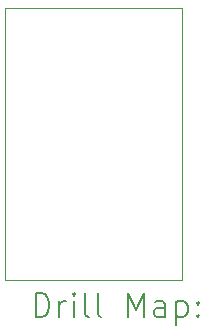
<source format=gbr>
%TF.GenerationSoftware,KiCad,Pcbnew,7.0.5*%
%TF.CreationDate,2023-10-16T18:33:17-04:00*%
%TF.ProjectId,Inductor,496e6475-6374-46f7-922e-6b696361645f,rev?*%
%TF.SameCoordinates,PX7270e00PY6a55ae0*%
%TF.FileFunction,Drillmap*%
%TF.FilePolarity,Positive*%
%FSLAX45Y45*%
G04 Gerber Fmt 4.5, Leading zero omitted, Abs format (unit mm)*
G04 Created by KiCad (PCBNEW 7.0.5) date 2023-10-16 18:33:17*
%MOMM*%
%LPD*%
G01*
G04 APERTURE LIST*
%ADD10C,0.050000*%
%ADD11C,0.200000*%
G04 APERTURE END LIST*
D10*
X0Y2300000D02*
X1500000Y2300000D01*
X1500000Y0D01*
X0Y0D01*
X0Y2300000D01*
D11*
X258277Y-313984D02*
X258277Y-113984D01*
X258277Y-113984D02*
X305896Y-113984D01*
X305896Y-113984D02*
X334467Y-123508D01*
X334467Y-123508D02*
X353515Y-142555D01*
X353515Y-142555D02*
X363039Y-161603D01*
X363039Y-161603D02*
X372562Y-199698D01*
X372562Y-199698D02*
X372562Y-228269D01*
X372562Y-228269D02*
X363039Y-266365D01*
X363039Y-266365D02*
X353515Y-285412D01*
X353515Y-285412D02*
X334467Y-304460D01*
X334467Y-304460D02*
X305896Y-313984D01*
X305896Y-313984D02*
X258277Y-313984D01*
X458277Y-313984D02*
X458277Y-180650D01*
X458277Y-218746D02*
X467801Y-199698D01*
X467801Y-199698D02*
X477324Y-190174D01*
X477324Y-190174D02*
X496372Y-180650D01*
X496372Y-180650D02*
X515420Y-180650D01*
X582086Y-313984D02*
X582086Y-180650D01*
X582086Y-113984D02*
X572563Y-123508D01*
X572563Y-123508D02*
X582086Y-133031D01*
X582086Y-133031D02*
X591610Y-123508D01*
X591610Y-123508D02*
X582086Y-113984D01*
X582086Y-113984D02*
X582086Y-133031D01*
X705896Y-313984D02*
X686848Y-304460D01*
X686848Y-304460D02*
X677324Y-285412D01*
X677324Y-285412D02*
X677324Y-113984D01*
X810658Y-313984D02*
X791610Y-304460D01*
X791610Y-304460D02*
X782086Y-285412D01*
X782086Y-285412D02*
X782086Y-113984D01*
X1039229Y-313984D02*
X1039229Y-113984D01*
X1039229Y-113984D02*
X1105896Y-256841D01*
X1105896Y-256841D02*
X1172563Y-113984D01*
X1172563Y-113984D02*
X1172563Y-313984D01*
X1353515Y-313984D02*
X1353515Y-209222D01*
X1353515Y-209222D02*
X1343991Y-190174D01*
X1343991Y-190174D02*
X1324944Y-180650D01*
X1324944Y-180650D02*
X1286848Y-180650D01*
X1286848Y-180650D02*
X1267801Y-190174D01*
X1353515Y-304460D02*
X1334467Y-313984D01*
X1334467Y-313984D02*
X1286848Y-313984D01*
X1286848Y-313984D02*
X1267801Y-304460D01*
X1267801Y-304460D02*
X1258277Y-285412D01*
X1258277Y-285412D02*
X1258277Y-266365D01*
X1258277Y-266365D02*
X1267801Y-247317D01*
X1267801Y-247317D02*
X1286848Y-237793D01*
X1286848Y-237793D02*
X1334467Y-237793D01*
X1334467Y-237793D02*
X1353515Y-228269D01*
X1448753Y-180650D02*
X1448753Y-380650D01*
X1448753Y-190174D02*
X1467801Y-180650D01*
X1467801Y-180650D02*
X1505896Y-180650D01*
X1505896Y-180650D02*
X1524943Y-190174D01*
X1524943Y-190174D02*
X1534467Y-199698D01*
X1534467Y-199698D02*
X1543991Y-218746D01*
X1543991Y-218746D02*
X1543991Y-275889D01*
X1543991Y-275889D02*
X1534467Y-294936D01*
X1534467Y-294936D02*
X1524943Y-304460D01*
X1524943Y-304460D02*
X1505896Y-313984D01*
X1505896Y-313984D02*
X1467801Y-313984D01*
X1467801Y-313984D02*
X1448753Y-304460D01*
X1629705Y-294936D02*
X1639229Y-304460D01*
X1639229Y-304460D02*
X1629705Y-313984D01*
X1629705Y-313984D02*
X1620182Y-304460D01*
X1620182Y-304460D02*
X1629705Y-294936D01*
X1629705Y-294936D02*
X1629705Y-313984D01*
X1629705Y-190174D02*
X1639229Y-199698D01*
X1639229Y-199698D02*
X1629705Y-209222D01*
X1629705Y-209222D02*
X1620182Y-199698D01*
X1620182Y-199698D02*
X1629705Y-190174D01*
X1629705Y-190174D02*
X1629705Y-209222D01*
M02*

</source>
